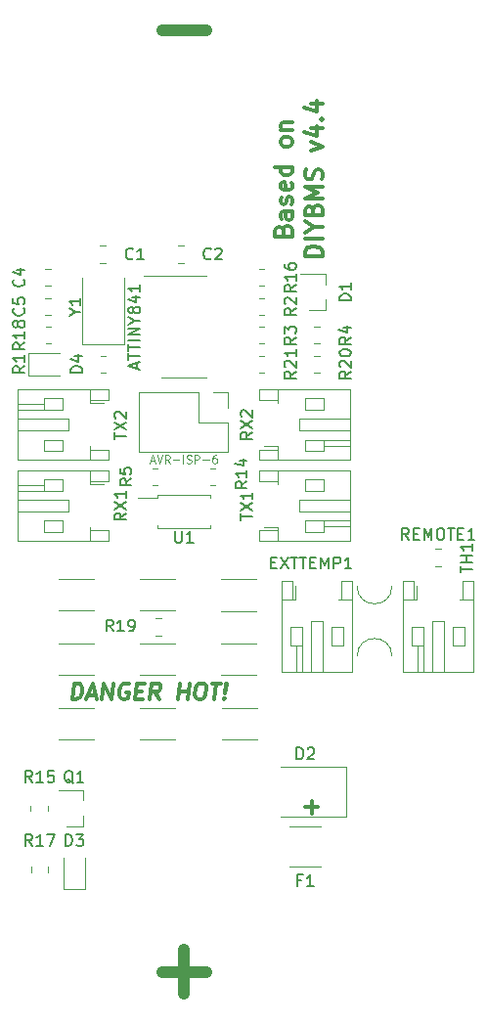
<source format=gbr>
G04 #@! TF.GenerationSoftware,KiCad,Pcbnew,5.1.10-88a1d61d58~88~ubuntu18.04.1*
G04 #@! TF.CreationDate,2021-11-17T22:12:39+08:00*
G04 #@! TF.ProjectId,ModuleV440,4d6f6475-6c65-4563-9434-302e6b696361,rev?*
G04 #@! TF.SameCoordinates,Original*
G04 #@! TF.FileFunction,Legend,Top*
G04 #@! TF.FilePolarity,Positive*
%FSLAX46Y46*%
G04 Gerber Fmt 4.6, Leading zero omitted, Abs format (unit mm)*
G04 Created by KiCad (PCBNEW 5.1.10-88a1d61d58~88~ubuntu18.04.1) date 2021-11-17 22:12:39*
%MOMM*%
%LPD*%
G01*
G04 APERTURE LIST*
%ADD10C,1.000000*%
%ADD11C,0.300000*%
%ADD12C,0.350000*%
%ADD13C,0.100000*%
%ADD14C,0.120000*%
%ADD15C,0.150000*%
G04 APERTURE END LIST*
D10*
X115012838Y-115694742D02*
X118822361Y-115694742D01*
X116917600Y-117599504D02*
X116917600Y-113789980D01*
X115012838Y-34194742D02*
X118822361Y-34194742D01*
D11*
X127396171Y-101444742D02*
X128539028Y-101444742D01*
X127967600Y-102016171D02*
X127967600Y-100873314D01*
X107220308Y-92120933D02*
X107395308Y-90720933D01*
X107728641Y-90720933D01*
X107920308Y-90787600D01*
X108036975Y-90920933D01*
X108086975Y-91054266D01*
X108120308Y-91320933D01*
X108095308Y-91520933D01*
X107995308Y-91787600D01*
X107911975Y-91920933D01*
X107761975Y-92054266D01*
X107553641Y-92120933D01*
X107220308Y-92120933D01*
X108603641Y-91720933D02*
X109270308Y-91720933D01*
X108420308Y-92120933D02*
X109061975Y-90720933D01*
X109353641Y-92120933D01*
X109820308Y-92120933D02*
X109995308Y-90720933D01*
X110620308Y-92120933D01*
X110795308Y-90720933D01*
X112186975Y-90787600D02*
X112061975Y-90720933D01*
X111861975Y-90720933D01*
X111653641Y-90787600D01*
X111503641Y-90920933D01*
X111420308Y-91054266D01*
X111320308Y-91320933D01*
X111295308Y-91520933D01*
X111328641Y-91787600D01*
X111378641Y-91920933D01*
X111495308Y-92054266D01*
X111686975Y-92120933D01*
X111820308Y-92120933D01*
X112028641Y-92054266D01*
X112103641Y-91987600D01*
X112161975Y-91520933D01*
X111895308Y-91520933D01*
X112778641Y-91387600D02*
X113245308Y-91387600D01*
X113353641Y-92120933D02*
X112686975Y-92120933D01*
X112861975Y-90720933D01*
X113528641Y-90720933D01*
X114753641Y-92120933D02*
X114370308Y-91454266D01*
X113953641Y-92120933D02*
X114128641Y-90720933D01*
X114661975Y-90720933D01*
X114786975Y-90787600D01*
X114845308Y-90854266D01*
X114895308Y-90987600D01*
X114870308Y-91187600D01*
X114786975Y-91320933D01*
X114711975Y-91387600D01*
X114570308Y-91454266D01*
X114036975Y-91454266D01*
X116420308Y-92120933D02*
X116595308Y-90720933D01*
X116511975Y-91387600D02*
X117311975Y-91387600D01*
X117220308Y-92120933D02*
X117395308Y-90720933D01*
X118328641Y-90720933D02*
X118595308Y-90720933D01*
X118720308Y-90787600D01*
X118836975Y-90920933D01*
X118870308Y-91187600D01*
X118811975Y-91654266D01*
X118711975Y-91920933D01*
X118561975Y-92054266D01*
X118420308Y-92120933D01*
X118153641Y-92120933D01*
X118028641Y-92054266D01*
X117911975Y-91920933D01*
X117878641Y-91654266D01*
X117936975Y-91187600D01*
X118036975Y-90920933D01*
X118186975Y-90787600D01*
X118328641Y-90720933D01*
X119328641Y-90720933D02*
X120128641Y-90720933D01*
X119553641Y-92120933D02*
X119728641Y-90720933D01*
X120436975Y-91987600D02*
X120495308Y-92054266D01*
X120420308Y-92120933D01*
X120361975Y-92054266D01*
X120436975Y-91987600D01*
X120420308Y-92120933D01*
X120486975Y-91587600D02*
X120520308Y-90787600D01*
X120595308Y-90720933D01*
X120653641Y-90787600D01*
X120486975Y-91587600D01*
X120595308Y-90720933D01*
D12*
X125510457Y-51516171D02*
X125581885Y-51301885D01*
X125653314Y-51230457D01*
X125796171Y-51159028D01*
X126010457Y-51159028D01*
X126153314Y-51230457D01*
X126224742Y-51301885D01*
X126296171Y-51444742D01*
X126296171Y-52016171D01*
X124796171Y-52016171D01*
X124796171Y-51516171D01*
X124867600Y-51373314D01*
X124939028Y-51301885D01*
X125081885Y-51230457D01*
X125224742Y-51230457D01*
X125367600Y-51301885D01*
X125439028Y-51373314D01*
X125510457Y-51516171D01*
X125510457Y-52016171D01*
X126296171Y-49873314D02*
X125510457Y-49873314D01*
X125367600Y-49944742D01*
X125296171Y-50087600D01*
X125296171Y-50373314D01*
X125367600Y-50516171D01*
X126224742Y-49873314D02*
X126296171Y-50016171D01*
X126296171Y-50373314D01*
X126224742Y-50516171D01*
X126081885Y-50587600D01*
X125939028Y-50587600D01*
X125796171Y-50516171D01*
X125724742Y-50373314D01*
X125724742Y-50016171D01*
X125653314Y-49873314D01*
X126224742Y-49230457D02*
X126296171Y-49087600D01*
X126296171Y-48801885D01*
X126224742Y-48659028D01*
X126081885Y-48587600D01*
X126010457Y-48587600D01*
X125867600Y-48659028D01*
X125796171Y-48801885D01*
X125796171Y-49016171D01*
X125724742Y-49159028D01*
X125581885Y-49230457D01*
X125510457Y-49230457D01*
X125367600Y-49159028D01*
X125296171Y-49016171D01*
X125296171Y-48801885D01*
X125367600Y-48659028D01*
X126224742Y-47373314D02*
X126296171Y-47516171D01*
X126296171Y-47801885D01*
X126224742Y-47944742D01*
X126081885Y-48016171D01*
X125510457Y-48016171D01*
X125367600Y-47944742D01*
X125296171Y-47801885D01*
X125296171Y-47516171D01*
X125367600Y-47373314D01*
X125510457Y-47301885D01*
X125653314Y-47301885D01*
X125796171Y-48016171D01*
X126296171Y-46016171D02*
X124796171Y-46016171D01*
X126224742Y-46016171D02*
X126296171Y-46159028D01*
X126296171Y-46444742D01*
X126224742Y-46587600D01*
X126153314Y-46659028D01*
X126010457Y-46730457D01*
X125581885Y-46730457D01*
X125439028Y-46659028D01*
X125367600Y-46587600D01*
X125296171Y-46444742D01*
X125296171Y-46159028D01*
X125367600Y-46016171D01*
X126296171Y-43944742D02*
X126224742Y-44087600D01*
X126153314Y-44159028D01*
X126010457Y-44230457D01*
X125581885Y-44230457D01*
X125439028Y-44159028D01*
X125367600Y-44087600D01*
X125296171Y-43944742D01*
X125296171Y-43730457D01*
X125367600Y-43587600D01*
X125439028Y-43516171D01*
X125581885Y-43444742D01*
X126010457Y-43444742D01*
X126153314Y-43516171D01*
X126224742Y-43587600D01*
X126296171Y-43730457D01*
X126296171Y-43944742D01*
X125296171Y-42801885D02*
X126296171Y-42801885D01*
X125439028Y-42801885D02*
X125367600Y-42730457D01*
X125296171Y-42587600D01*
X125296171Y-42373314D01*
X125367600Y-42230457D01*
X125510457Y-42159028D01*
X126296171Y-42159028D01*
X128896171Y-53730457D02*
X127396171Y-53730457D01*
X127396171Y-53373314D01*
X127467600Y-53159028D01*
X127610457Y-53016171D01*
X127753314Y-52944742D01*
X128039028Y-52873314D01*
X128253314Y-52873314D01*
X128539028Y-52944742D01*
X128681885Y-53016171D01*
X128824742Y-53159028D01*
X128896171Y-53373314D01*
X128896171Y-53730457D01*
X128896171Y-52230457D02*
X127396171Y-52230457D01*
X128181885Y-51230457D02*
X128896171Y-51230457D01*
X127396171Y-51730457D02*
X128181885Y-51230457D01*
X127396171Y-50730457D01*
X128110457Y-49730457D02*
X128181885Y-49516171D01*
X128253314Y-49444742D01*
X128396171Y-49373314D01*
X128610457Y-49373314D01*
X128753314Y-49444742D01*
X128824742Y-49516171D01*
X128896171Y-49659028D01*
X128896171Y-50230457D01*
X127396171Y-50230457D01*
X127396171Y-49730457D01*
X127467600Y-49587600D01*
X127539028Y-49516171D01*
X127681885Y-49444742D01*
X127824742Y-49444742D01*
X127967600Y-49516171D01*
X128039028Y-49587600D01*
X128110457Y-49730457D01*
X128110457Y-50230457D01*
X128896171Y-48730457D02*
X127396171Y-48730457D01*
X128467600Y-48230457D01*
X127396171Y-47730457D01*
X128896171Y-47730457D01*
X128824742Y-47087600D02*
X128896171Y-46873314D01*
X128896171Y-46516171D01*
X128824742Y-46373314D01*
X128753314Y-46301885D01*
X128610457Y-46230457D01*
X128467600Y-46230457D01*
X128324742Y-46301885D01*
X128253314Y-46373314D01*
X128181885Y-46516171D01*
X128110457Y-46801885D01*
X128039028Y-46944742D01*
X127967600Y-47016171D01*
X127824742Y-47087600D01*
X127681885Y-47087600D01*
X127539028Y-47016171D01*
X127467600Y-46944742D01*
X127396171Y-46801885D01*
X127396171Y-46444742D01*
X127467600Y-46230457D01*
X127896171Y-44587600D02*
X128896171Y-44230457D01*
X127896171Y-43873314D01*
X127896171Y-42659028D02*
X128896171Y-42659028D01*
X127324742Y-43016171D02*
X128396171Y-43373314D01*
X128396171Y-42444742D01*
X128753314Y-41873314D02*
X128824742Y-41801885D01*
X128896171Y-41873314D01*
X128824742Y-41944742D01*
X128753314Y-41873314D01*
X128896171Y-41873314D01*
X127896171Y-40516171D02*
X128896171Y-40516171D01*
X127324742Y-40873314D02*
X128396171Y-41230457D01*
X128396171Y-40301885D01*
D13*
X134917600Y-88337600D02*
G75*
G03*
X131917600Y-88337600I-1500000J0D01*
G01*
X131917600Y-82337600D02*
G75*
G03*
X134917600Y-82337600I1500000J0D01*
G01*
D14*
X139144664Y-80572600D02*
X138690536Y-80572600D01*
X139144664Y-79102600D02*
X138690536Y-79102600D01*
X137057600Y-83477600D02*
X136777600Y-83477600D01*
X136777600Y-83477600D02*
X136777600Y-81877600D01*
X136777600Y-81877600D02*
X135857600Y-81877600D01*
X135857600Y-81877600D02*
X135857600Y-89697600D01*
X135857600Y-89697600D02*
X141977600Y-89697600D01*
X141977600Y-89697600D02*
X141977600Y-81877600D01*
X141977600Y-81877600D02*
X141057600Y-81877600D01*
X141057600Y-81877600D02*
X141057600Y-83477600D01*
X141057600Y-83477600D02*
X140777600Y-83477600D01*
X138417600Y-89697600D02*
X138417600Y-85337600D01*
X138417600Y-85337600D02*
X139417600Y-85337600D01*
X139417600Y-85337600D02*
X139417600Y-89697600D01*
X135857600Y-83477600D02*
X136777600Y-83477600D01*
X141977600Y-83477600D02*
X141057600Y-83477600D01*
X136617600Y-85837600D02*
X136617600Y-87437600D01*
X136617600Y-87437600D02*
X137617600Y-87437600D01*
X137617600Y-87437600D02*
X137617600Y-85837600D01*
X137617600Y-85837600D02*
X136617600Y-85837600D01*
X141217600Y-85837600D02*
X141217600Y-87437600D01*
X141217600Y-87437600D02*
X140217600Y-87437600D01*
X140217600Y-87437600D02*
X140217600Y-85837600D01*
X140217600Y-85837600D02*
X141217600Y-85837600D01*
X137617600Y-87437600D02*
X137617600Y-89697600D01*
X137117600Y-87437600D02*
X137117600Y-89697600D01*
X137057600Y-83477600D02*
X137057600Y-82262600D01*
X119644664Y-72102600D02*
X119190536Y-72102600D01*
X119644664Y-73572600D02*
X119190536Y-73572600D01*
X123440536Y-63822600D02*
X123894664Y-63822600D01*
X123440536Y-62352600D02*
X123894664Y-62352600D01*
X128190536Y-63822600D02*
X128644664Y-63822600D01*
X128190536Y-62352600D02*
X128644664Y-62352600D01*
X103482600Y-64047600D02*
X106167600Y-64047600D01*
X103482600Y-62127600D02*
X103482600Y-64047600D01*
X106167600Y-62127600D02*
X103482600Y-62127600D01*
X128190536Y-61322600D02*
X128644664Y-61322600D01*
X128190536Y-59852600D02*
X128644664Y-59852600D01*
X123440536Y-61322600D02*
X123894664Y-61322600D01*
X123440536Y-59852600D02*
X123894664Y-59852600D01*
X123440536Y-56322600D02*
X123894664Y-56322600D01*
X123440536Y-54852600D02*
X123894664Y-54852600D01*
X109690536Y-63822600D02*
X110144664Y-63822600D01*
X109690536Y-62352600D02*
X110144664Y-62352600D01*
X108117600Y-55637600D02*
X108117600Y-61387600D01*
X108117600Y-61387600D02*
X111717600Y-61387600D01*
X111717600Y-61387600D02*
X111717600Y-55637600D01*
X113007600Y-65507600D02*
X113007600Y-70707600D01*
X118147600Y-65507600D02*
X113007600Y-65507600D01*
X120747600Y-70707600D02*
X113007600Y-70707600D01*
X118147600Y-65507600D02*
X118147600Y-68107600D01*
X118147600Y-68107600D02*
X120747600Y-68107600D01*
X120747600Y-68107600D02*
X120747600Y-70707600D01*
X119417600Y-65507600D02*
X120747600Y-65507600D01*
X120747600Y-65507600D02*
X120747600Y-66837600D01*
X123894664Y-57352600D02*
X123440536Y-57352600D01*
X123894664Y-58822600D02*
X123440536Y-58822600D01*
X105394664Y-59852600D02*
X104940536Y-59852600D01*
X105394664Y-61322600D02*
X104940536Y-61322600D01*
X129177600Y-58417600D02*
X127717600Y-58417600D01*
X129177600Y-55257600D02*
X127017600Y-55257600D01*
X129177600Y-55257600D02*
X129177600Y-56187600D01*
X129177600Y-58417600D02*
X129177600Y-57487600D01*
X105428852Y-57352600D02*
X104906348Y-57352600D01*
X105428852Y-58822600D02*
X104906348Y-58822600D01*
X105428852Y-54852600D02*
X104906348Y-54852600D01*
X105428852Y-56322600D02*
X104906348Y-56322600D01*
X116406348Y-54322600D02*
X116928852Y-54322600D01*
X116406348Y-52852600D02*
X116928852Y-52852600D01*
X110178852Y-52852600D02*
X109656348Y-52852600D01*
X110178852Y-54322600D02*
X109656348Y-54322600D01*
X116917600Y-55402600D02*
X113467600Y-55402600D01*
X116917600Y-55402600D02*
X118867600Y-55402600D01*
X116917600Y-64272600D02*
X114967600Y-64272600D01*
X116917600Y-64272600D02*
X118867600Y-64272600D01*
X123194664Y-81727600D02*
X120140536Y-81727600D01*
X123194664Y-84447600D02*
X120140536Y-84447600D01*
X113090536Y-84397600D02*
X116144664Y-84397600D01*
X113090536Y-81677600D02*
X116144664Y-81677600D01*
X120140536Y-89972600D02*
X123194664Y-89972600D01*
X120140536Y-87252600D02*
X123194664Y-87252600D01*
X116144664Y-87252600D02*
X113090536Y-87252600D01*
X116144664Y-89972600D02*
X113090536Y-89972600D01*
X123244664Y-92827600D02*
X120190536Y-92827600D01*
X123244664Y-95547600D02*
X120190536Y-95547600D01*
X113115536Y-95547600D02*
X116169664Y-95547600D01*
X113115536Y-92827600D02*
X116169664Y-92827600D01*
X109094664Y-81677600D02*
X106040536Y-81677600D01*
X109094664Y-84397600D02*
X106040536Y-84397600D01*
X106040536Y-89972600D02*
X109094664Y-89972600D01*
X106040536Y-87252600D02*
X109094664Y-87252600D01*
X109094664Y-92827600D02*
X106040536Y-92827600D01*
X109094664Y-95547600D02*
X106040536Y-95547600D01*
X114607600Y-74642600D02*
X112917600Y-74642600D01*
X114607600Y-74427600D02*
X114607600Y-74642600D01*
X116917600Y-74427600D02*
X114607600Y-74427600D01*
X119227600Y-74427600D02*
X119227600Y-74642600D01*
X116917600Y-74427600D02*
X119227600Y-74427600D01*
X114607600Y-77247600D02*
X114607600Y-77032600D01*
X116917600Y-77247600D02*
X114607600Y-77247600D01*
X119227600Y-77247600D02*
X119227600Y-77032600D01*
X116917600Y-77247600D02*
X119227600Y-77247600D01*
X125057600Y-77197600D02*
X123842600Y-77197600D01*
X129017600Y-77137600D02*
X131277600Y-77137600D01*
X129017600Y-76637600D02*
X131277600Y-76637600D01*
X127417600Y-74037600D02*
X127417600Y-73037600D01*
X129017600Y-74037600D02*
X127417600Y-74037600D01*
X129017600Y-73037600D02*
X129017600Y-74037600D01*
X127417600Y-73037600D02*
X129017600Y-73037600D01*
X127417600Y-76637600D02*
X127417600Y-77637600D01*
X129017600Y-76637600D02*
X127417600Y-76637600D01*
X129017600Y-77637600D02*
X129017600Y-76637600D01*
X127417600Y-77637600D02*
X129017600Y-77637600D01*
X125057600Y-72277600D02*
X125057600Y-73197600D01*
X125057600Y-78397600D02*
X125057600Y-77477600D01*
X126917600Y-74837600D02*
X131277600Y-74837600D01*
X126917600Y-75837600D02*
X126917600Y-74837600D01*
X131277600Y-75837600D02*
X126917600Y-75837600D01*
X125057600Y-73197600D02*
X125057600Y-73477600D01*
X123457600Y-73197600D02*
X125057600Y-73197600D01*
X123457600Y-72277600D02*
X123457600Y-73197600D01*
X131277600Y-72277600D02*
X123457600Y-72277600D01*
X131277600Y-78397600D02*
X131277600Y-72277600D01*
X123457600Y-78397600D02*
X131277600Y-78397600D01*
X123457600Y-77477600D02*
X123457600Y-78397600D01*
X125057600Y-77477600D02*
X123457600Y-77477600D01*
X125057600Y-77197600D02*
X125057600Y-77477600D01*
X108777600Y-73477600D02*
X109992600Y-73477600D01*
X104817600Y-73537600D02*
X102557600Y-73537600D01*
X104817600Y-74037600D02*
X102557600Y-74037600D01*
X106417600Y-76637600D02*
X106417600Y-77637600D01*
X104817600Y-76637600D02*
X106417600Y-76637600D01*
X104817600Y-77637600D02*
X104817600Y-76637600D01*
X106417600Y-77637600D02*
X104817600Y-77637600D01*
X106417600Y-74037600D02*
X106417600Y-73037600D01*
X104817600Y-74037600D02*
X106417600Y-74037600D01*
X104817600Y-73037600D02*
X104817600Y-74037600D01*
X106417600Y-73037600D02*
X104817600Y-73037600D01*
X108777600Y-78397600D02*
X108777600Y-77477600D01*
X108777600Y-72277600D02*
X108777600Y-73197600D01*
X106917600Y-75837600D02*
X102557600Y-75837600D01*
X106917600Y-74837600D02*
X106917600Y-75837600D01*
X102557600Y-74837600D02*
X106917600Y-74837600D01*
X108777600Y-77477600D02*
X108777600Y-77197600D01*
X110377600Y-77477600D02*
X108777600Y-77477600D01*
X110377600Y-78397600D02*
X110377600Y-77477600D01*
X102557600Y-78397600D02*
X110377600Y-78397600D01*
X102557600Y-72277600D02*
X102557600Y-78397600D01*
X110377600Y-72277600D02*
X102557600Y-72277600D01*
X110377600Y-73197600D02*
X110377600Y-72277600D01*
X108777600Y-73197600D02*
X110377600Y-73197600D01*
X108777600Y-73477600D02*
X108777600Y-73197600D01*
X130967600Y-102237600D02*
X125267600Y-102237600D01*
X130967600Y-97937600D02*
X125267600Y-97937600D01*
X130967600Y-102237600D02*
X130967600Y-97937600D01*
X114944664Y-85102600D02*
X114490536Y-85102600D01*
X114944664Y-86572600D02*
X114490536Y-86572600D01*
X103682600Y-106610536D02*
X103682600Y-107064664D01*
X105152600Y-106610536D02*
X105152600Y-107064664D01*
X103632600Y-101310536D02*
X103632600Y-101764664D01*
X105102600Y-101310536D02*
X105102600Y-101764664D01*
X114190536Y-73572600D02*
X114644664Y-73572600D01*
X114190536Y-72102600D02*
X114644664Y-72102600D01*
X128803852Y-103127600D02*
X126031348Y-103127600D01*
X128803852Y-106547600D02*
X126031348Y-106547600D01*
X126557600Y-83477600D02*
X126557600Y-82262600D01*
X126617600Y-87437600D02*
X126617600Y-89697600D01*
X127117600Y-87437600D02*
X127117600Y-89697600D01*
X129717600Y-85837600D02*
X130717600Y-85837600D01*
X129717600Y-87437600D02*
X129717600Y-85837600D01*
X130717600Y-87437600D02*
X129717600Y-87437600D01*
X130717600Y-85837600D02*
X130717600Y-87437600D01*
X127117600Y-85837600D02*
X126117600Y-85837600D01*
X127117600Y-87437600D02*
X127117600Y-85837600D01*
X126117600Y-87437600D02*
X127117600Y-87437600D01*
X126117600Y-85837600D02*
X126117600Y-87437600D01*
X131477600Y-83477600D02*
X130557600Y-83477600D01*
X125357600Y-83477600D02*
X126277600Y-83477600D01*
X128917600Y-85337600D02*
X128917600Y-89697600D01*
X127917600Y-85337600D02*
X128917600Y-85337600D01*
X127917600Y-89697600D02*
X127917600Y-85337600D01*
X130557600Y-83477600D02*
X130277600Y-83477600D01*
X130557600Y-81877600D02*
X130557600Y-83477600D01*
X131477600Y-81877600D02*
X130557600Y-81877600D01*
X131477600Y-89697600D02*
X131477600Y-81877600D01*
X125357600Y-89697600D02*
X131477600Y-89697600D01*
X125357600Y-81877600D02*
X125357600Y-89697600D01*
X126277600Y-81877600D02*
X125357600Y-81877600D01*
X126277600Y-83477600D02*
X126277600Y-81877600D01*
X126557600Y-83477600D02*
X126277600Y-83477600D01*
X108377600Y-108522600D02*
X108377600Y-105837600D01*
X106457600Y-108522600D02*
X108377600Y-108522600D01*
X106457600Y-105837600D02*
X106457600Y-108522600D01*
X108227600Y-103092600D02*
X108227600Y-102162600D01*
X108227600Y-99932600D02*
X108227600Y-100862600D01*
X108227600Y-99932600D02*
X106067600Y-99932600D01*
X108227600Y-103092600D02*
X106767600Y-103092600D01*
X125057600Y-70197600D02*
X125057600Y-70477600D01*
X125057600Y-70477600D02*
X123457600Y-70477600D01*
X123457600Y-70477600D02*
X123457600Y-71397600D01*
X123457600Y-71397600D02*
X131277600Y-71397600D01*
X131277600Y-71397600D02*
X131277600Y-65277600D01*
X131277600Y-65277600D02*
X123457600Y-65277600D01*
X123457600Y-65277600D02*
X123457600Y-66197600D01*
X123457600Y-66197600D02*
X125057600Y-66197600D01*
X125057600Y-66197600D02*
X125057600Y-66477600D01*
X131277600Y-68837600D02*
X126917600Y-68837600D01*
X126917600Y-68837600D02*
X126917600Y-67837600D01*
X126917600Y-67837600D02*
X131277600Y-67837600D01*
X125057600Y-71397600D02*
X125057600Y-70477600D01*
X125057600Y-65277600D02*
X125057600Y-66197600D01*
X127417600Y-70637600D02*
X129017600Y-70637600D01*
X129017600Y-70637600D02*
X129017600Y-69637600D01*
X129017600Y-69637600D02*
X127417600Y-69637600D01*
X127417600Y-69637600D02*
X127417600Y-70637600D01*
X127417600Y-66037600D02*
X129017600Y-66037600D01*
X129017600Y-66037600D02*
X129017600Y-67037600D01*
X129017600Y-67037600D02*
X127417600Y-67037600D01*
X127417600Y-67037600D02*
X127417600Y-66037600D01*
X129017600Y-69637600D02*
X131277600Y-69637600D01*
X129017600Y-70137600D02*
X131277600Y-70137600D01*
X125057600Y-70197600D02*
X123842600Y-70197600D01*
X108777600Y-66477600D02*
X109992600Y-66477600D01*
X104817600Y-66537600D02*
X102557600Y-66537600D01*
X104817600Y-67037600D02*
X102557600Y-67037600D01*
X106417600Y-69637600D02*
X106417600Y-70637600D01*
X104817600Y-69637600D02*
X106417600Y-69637600D01*
X104817600Y-70637600D02*
X104817600Y-69637600D01*
X106417600Y-70637600D02*
X104817600Y-70637600D01*
X106417600Y-67037600D02*
X106417600Y-66037600D01*
X104817600Y-67037600D02*
X106417600Y-67037600D01*
X104817600Y-66037600D02*
X104817600Y-67037600D01*
X106417600Y-66037600D02*
X104817600Y-66037600D01*
X108777600Y-71397600D02*
X108777600Y-70477600D01*
X108777600Y-65277600D02*
X108777600Y-66197600D01*
X106917600Y-68837600D02*
X102557600Y-68837600D01*
X106917600Y-67837600D02*
X106917600Y-68837600D01*
X102557600Y-67837600D02*
X106917600Y-67837600D01*
X108777600Y-70477600D02*
X108777600Y-70197600D01*
X110377600Y-70477600D02*
X108777600Y-70477600D01*
X110377600Y-71397600D02*
X110377600Y-70477600D01*
X102557600Y-71397600D02*
X110377600Y-71397600D01*
X102557600Y-65277600D02*
X102557600Y-71397600D01*
X110377600Y-65277600D02*
X102557600Y-65277600D01*
X110377600Y-66197600D02*
X110377600Y-65277600D01*
X108777600Y-66197600D02*
X110377600Y-66197600D01*
X108777600Y-66477600D02*
X108777600Y-66197600D01*
D15*
X140869980Y-81123314D02*
X140869980Y-80551885D01*
X141869980Y-80837600D02*
X140869980Y-80837600D01*
X141869980Y-80218552D02*
X140869980Y-80218552D01*
X141346171Y-80218552D02*
X141346171Y-79647123D01*
X141869980Y-79647123D02*
X140869980Y-79647123D01*
X141869980Y-78647123D02*
X141869980Y-79218552D01*
X141869980Y-78932838D02*
X140869980Y-78932838D01*
X141012838Y-79028076D01*
X141108076Y-79123314D01*
X141155695Y-79218552D01*
X136369980Y-78289980D02*
X136036647Y-77813790D01*
X135798552Y-78289980D02*
X135798552Y-77289980D01*
X136179504Y-77289980D01*
X136274742Y-77337600D01*
X136322361Y-77385219D01*
X136369980Y-77480457D01*
X136369980Y-77623314D01*
X136322361Y-77718552D01*
X136274742Y-77766171D01*
X136179504Y-77813790D01*
X135798552Y-77813790D01*
X136798552Y-77766171D02*
X137131885Y-77766171D01*
X137274742Y-78289980D02*
X136798552Y-78289980D01*
X136798552Y-77289980D01*
X137274742Y-77289980D01*
X137703314Y-78289980D02*
X137703314Y-77289980D01*
X138036647Y-78004266D01*
X138369980Y-77289980D01*
X138369980Y-78289980D01*
X139036647Y-77289980D02*
X139227123Y-77289980D01*
X139322361Y-77337600D01*
X139417600Y-77432838D01*
X139465219Y-77623314D01*
X139465219Y-77956647D01*
X139417600Y-78147123D01*
X139322361Y-78242361D01*
X139227123Y-78289980D01*
X139036647Y-78289980D01*
X138941409Y-78242361D01*
X138846171Y-78147123D01*
X138798552Y-77956647D01*
X138798552Y-77623314D01*
X138846171Y-77432838D01*
X138941409Y-77337600D01*
X139036647Y-77289980D01*
X139750933Y-77289980D02*
X140322361Y-77289980D01*
X140036647Y-78289980D02*
X140036647Y-77289980D01*
X140655695Y-77766171D02*
X140989028Y-77766171D01*
X141131885Y-78289980D02*
X140655695Y-78289980D01*
X140655695Y-77289980D01*
X141131885Y-77289980D01*
X142084266Y-78289980D02*
X141512838Y-78289980D01*
X141798552Y-78289980D02*
X141798552Y-77289980D01*
X141703314Y-77432838D01*
X141608076Y-77528076D01*
X141512838Y-77575695D01*
X122369980Y-73230457D02*
X121893790Y-73563790D01*
X122369980Y-73801885D02*
X121369980Y-73801885D01*
X121369980Y-73420933D01*
X121417600Y-73325695D01*
X121465219Y-73278076D01*
X121560457Y-73230457D01*
X121703314Y-73230457D01*
X121798552Y-73278076D01*
X121846171Y-73325695D01*
X121893790Y-73420933D01*
X121893790Y-73801885D01*
X122369980Y-72278076D02*
X122369980Y-72849504D01*
X122369980Y-72563790D02*
X121369980Y-72563790D01*
X121512838Y-72659028D01*
X121608076Y-72754266D01*
X121655695Y-72849504D01*
X121703314Y-71420933D02*
X122369980Y-71420933D01*
X121322361Y-71659028D02*
X122036647Y-71897123D01*
X122036647Y-71278076D01*
X126619980Y-63730457D02*
X126143790Y-64063790D01*
X126619980Y-64301885D02*
X125619980Y-64301885D01*
X125619980Y-63920933D01*
X125667600Y-63825695D01*
X125715219Y-63778076D01*
X125810457Y-63730457D01*
X125953314Y-63730457D01*
X126048552Y-63778076D01*
X126096171Y-63825695D01*
X126143790Y-63920933D01*
X126143790Y-64301885D01*
X125715219Y-63349504D02*
X125667600Y-63301885D01*
X125619980Y-63206647D01*
X125619980Y-62968552D01*
X125667600Y-62873314D01*
X125715219Y-62825695D01*
X125810457Y-62778076D01*
X125905695Y-62778076D01*
X126048552Y-62825695D01*
X126619980Y-63397123D01*
X126619980Y-62778076D01*
X126619980Y-61825695D02*
X126619980Y-62397123D01*
X126619980Y-62111409D02*
X125619980Y-62111409D01*
X125762838Y-62206647D01*
X125858076Y-62301885D01*
X125905695Y-62397123D01*
X131369980Y-63730457D02*
X130893790Y-64063790D01*
X131369980Y-64301885D02*
X130369980Y-64301885D01*
X130369980Y-63920933D01*
X130417600Y-63825695D01*
X130465219Y-63778076D01*
X130560457Y-63730457D01*
X130703314Y-63730457D01*
X130798552Y-63778076D01*
X130846171Y-63825695D01*
X130893790Y-63920933D01*
X130893790Y-64301885D01*
X130465219Y-63349504D02*
X130417600Y-63301885D01*
X130369980Y-63206647D01*
X130369980Y-62968552D01*
X130417600Y-62873314D01*
X130465219Y-62825695D01*
X130560457Y-62778076D01*
X130655695Y-62778076D01*
X130798552Y-62825695D01*
X131369980Y-63397123D01*
X131369980Y-62778076D01*
X130369980Y-62159028D02*
X130369980Y-62063790D01*
X130417600Y-61968552D01*
X130465219Y-61920933D01*
X130560457Y-61873314D01*
X130750933Y-61825695D01*
X130989028Y-61825695D01*
X131179504Y-61873314D01*
X131274742Y-61920933D01*
X131322361Y-61968552D01*
X131369980Y-62063790D01*
X131369980Y-62159028D01*
X131322361Y-62254266D01*
X131274742Y-62301885D01*
X131179504Y-62349504D01*
X130989028Y-62397123D01*
X130750933Y-62397123D01*
X130560457Y-62349504D01*
X130465219Y-62301885D01*
X130417600Y-62254266D01*
X130369980Y-62159028D01*
X108119980Y-63825695D02*
X107119980Y-63825695D01*
X107119980Y-63587600D01*
X107167600Y-63444742D01*
X107262838Y-63349504D01*
X107358076Y-63301885D01*
X107548552Y-63254266D01*
X107691409Y-63254266D01*
X107881885Y-63301885D01*
X107977123Y-63349504D01*
X108072361Y-63444742D01*
X108119980Y-63587600D01*
X108119980Y-63825695D01*
X107453314Y-62397123D02*
X108119980Y-62397123D01*
X107072361Y-62635219D02*
X107786647Y-62873314D01*
X107786647Y-62254266D01*
X131369980Y-60754266D02*
X130893790Y-61087600D01*
X131369980Y-61325695D02*
X130369980Y-61325695D01*
X130369980Y-60944742D01*
X130417600Y-60849504D01*
X130465219Y-60801885D01*
X130560457Y-60754266D01*
X130703314Y-60754266D01*
X130798552Y-60801885D01*
X130846171Y-60849504D01*
X130893790Y-60944742D01*
X130893790Y-61325695D01*
X130703314Y-59897123D02*
X131369980Y-59897123D01*
X130322361Y-60135219D02*
X131036647Y-60373314D01*
X131036647Y-59754266D01*
X126619980Y-60754266D02*
X126143790Y-61087600D01*
X126619980Y-61325695D02*
X125619980Y-61325695D01*
X125619980Y-60944742D01*
X125667600Y-60849504D01*
X125715219Y-60801885D01*
X125810457Y-60754266D01*
X125953314Y-60754266D01*
X126048552Y-60801885D01*
X126096171Y-60849504D01*
X126143790Y-60944742D01*
X126143790Y-61325695D01*
X125619980Y-60420933D02*
X125619980Y-59801885D01*
X126000933Y-60135219D01*
X126000933Y-59992361D01*
X126048552Y-59897123D01*
X126096171Y-59849504D01*
X126191409Y-59801885D01*
X126429504Y-59801885D01*
X126524742Y-59849504D01*
X126572361Y-59897123D01*
X126619980Y-59992361D01*
X126619980Y-60278076D01*
X126572361Y-60373314D01*
X126524742Y-60420933D01*
X126619980Y-58254266D02*
X126143790Y-58587600D01*
X126619980Y-58825695D02*
X125619980Y-58825695D01*
X125619980Y-58444742D01*
X125667600Y-58349504D01*
X125715219Y-58301885D01*
X125810457Y-58254266D01*
X125953314Y-58254266D01*
X126048552Y-58301885D01*
X126096171Y-58349504D01*
X126143790Y-58444742D01*
X126143790Y-58825695D01*
X125715219Y-57873314D02*
X125667600Y-57825695D01*
X125619980Y-57730457D01*
X125619980Y-57492361D01*
X125667600Y-57397123D01*
X125715219Y-57349504D01*
X125810457Y-57301885D01*
X125905695Y-57301885D01*
X126048552Y-57349504D01*
X126619980Y-57920933D01*
X126619980Y-57301885D01*
X103119980Y-63254266D02*
X102643790Y-63587600D01*
X103119980Y-63825695D02*
X102119980Y-63825695D01*
X102119980Y-63444742D01*
X102167600Y-63349504D01*
X102215219Y-63301885D01*
X102310457Y-63254266D01*
X102453314Y-63254266D01*
X102548552Y-63301885D01*
X102596171Y-63349504D01*
X102643790Y-63444742D01*
X102643790Y-63825695D01*
X103119980Y-62301885D02*
X103119980Y-62873314D01*
X103119980Y-62587600D02*
X102119980Y-62587600D01*
X102262838Y-62682838D01*
X102358076Y-62778076D01*
X102405695Y-62873314D01*
X107498790Y-58563790D02*
X107974980Y-58563790D01*
X106974980Y-58897123D02*
X107498790Y-58563790D01*
X106974980Y-58230457D01*
X107974980Y-57373314D02*
X107974980Y-57944742D01*
X107974980Y-57659028D02*
X106974980Y-57659028D01*
X107117838Y-57754266D01*
X107213076Y-57849504D01*
X107260695Y-57944742D01*
D13*
X114050933Y-71454266D02*
X114384266Y-71454266D01*
X113984266Y-71654266D02*
X114217600Y-70954266D01*
X114450933Y-71654266D01*
X114584266Y-70954266D02*
X114817600Y-71654266D01*
X115050933Y-70954266D01*
X115684266Y-71654266D02*
X115450933Y-71320933D01*
X115284266Y-71654266D02*
X115284266Y-70954266D01*
X115550933Y-70954266D01*
X115617600Y-70987600D01*
X115650933Y-71020933D01*
X115684266Y-71087600D01*
X115684266Y-71187600D01*
X115650933Y-71254266D01*
X115617600Y-71287600D01*
X115550933Y-71320933D01*
X115284266Y-71320933D01*
X115984266Y-71387600D02*
X116517600Y-71387600D01*
X116850933Y-71654266D02*
X116850933Y-70954266D01*
X117150933Y-71620933D02*
X117250933Y-71654266D01*
X117417600Y-71654266D01*
X117484266Y-71620933D01*
X117517600Y-71587600D01*
X117550933Y-71520933D01*
X117550933Y-71454266D01*
X117517600Y-71387600D01*
X117484266Y-71354266D01*
X117417600Y-71320933D01*
X117284266Y-71287600D01*
X117217600Y-71254266D01*
X117184266Y-71220933D01*
X117150933Y-71154266D01*
X117150933Y-71087600D01*
X117184266Y-71020933D01*
X117217600Y-70987600D01*
X117284266Y-70954266D01*
X117450933Y-70954266D01*
X117550933Y-70987600D01*
X117850933Y-71654266D02*
X117850933Y-70954266D01*
X118117600Y-70954266D01*
X118184266Y-70987600D01*
X118217600Y-71020933D01*
X118250933Y-71087600D01*
X118250933Y-71187600D01*
X118217600Y-71254266D01*
X118184266Y-71287600D01*
X118117600Y-71320933D01*
X117850933Y-71320933D01*
X118550933Y-71387600D02*
X119084266Y-71387600D01*
X119717600Y-70954266D02*
X119584266Y-70954266D01*
X119517600Y-70987600D01*
X119484266Y-71020933D01*
X119417600Y-71120933D01*
X119384266Y-71254266D01*
X119384266Y-71520933D01*
X119417600Y-71587600D01*
X119450933Y-71620933D01*
X119517600Y-71654266D01*
X119650933Y-71654266D01*
X119717600Y-71620933D01*
X119750933Y-71587600D01*
X119784266Y-71520933D01*
X119784266Y-71354266D01*
X119750933Y-71287600D01*
X119717600Y-71254266D01*
X119650933Y-71220933D01*
X119517600Y-71220933D01*
X119450933Y-71254266D01*
X119417600Y-71287600D01*
X119384266Y-71354266D01*
D15*
X126619980Y-56230457D02*
X126143790Y-56563790D01*
X126619980Y-56801885D02*
X125619980Y-56801885D01*
X125619980Y-56420933D01*
X125667600Y-56325695D01*
X125715219Y-56278076D01*
X125810457Y-56230457D01*
X125953314Y-56230457D01*
X126048552Y-56278076D01*
X126096171Y-56325695D01*
X126143790Y-56420933D01*
X126143790Y-56801885D01*
X126619980Y-55278076D02*
X126619980Y-55849504D01*
X126619980Y-55563790D02*
X125619980Y-55563790D01*
X125762838Y-55659028D01*
X125858076Y-55754266D01*
X125905695Y-55849504D01*
X125619980Y-54420933D02*
X125619980Y-54611409D01*
X125667600Y-54706647D01*
X125715219Y-54754266D01*
X125858076Y-54849504D01*
X126048552Y-54897123D01*
X126429504Y-54897123D01*
X126524742Y-54849504D01*
X126572361Y-54801885D01*
X126619980Y-54706647D01*
X126619980Y-54516171D01*
X126572361Y-54420933D01*
X126524742Y-54373314D01*
X126429504Y-54325695D01*
X126191409Y-54325695D01*
X126096171Y-54373314D01*
X126048552Y-54420933D01*
X126000933Y-54516171D01*
X126000933Y-54706647D01*
X126048552Y-54801885D01*
X126096171Y-54849504D01*
X126191409Y-54897123D01*
X103119980Y-61230457D02*
X102643790Y-61563790D01*
X103119980Y-61801885D02*
X102119980Y-61801885D01*
X102119980Y-61420933D01*
X102167600Y-61325695D01*
X102215219Y-61278076D01*
X102310457Y-61230457D01*
X102453314Y-61230457D01*
X102548552Y-61278076D01*
X102596171Y-61325695D01*
X102643790Y-61420933D01*
X102643790Y-61801885D01*
X103119980Y-60278076D02*
X103119980Y-60849504D01*
X103119980Y-60563790D02*
X102119980Y-60563790D01*
X102262838Y-60659028D01*
X102358076Y-60754266D01*
X102405695Y-60849504D01*
X102548552Y-59706647D02*
X102500933Y-59801885D01*
X102453314Y-59849504D01*
X102358076Y-59897123D01*
X102310457Y-59897123D01*
X102215219Y-59849504D01*
X102167600Y-59801885D01*
X102119980Y-59706647D01*
X102119980Y-59516171D01*
X102167600Y-59420933D01*
X102215219Y-59373314D01*
X102310457Y-59325695D01*
X102358076Y-59325695D01*
X102453314Y-59373314D01*
X102500933Y-59420933D01*
X102548552Y-59516171D01*
X102548552Y-59706647D01*
X102596171Y-59801885D01*
X102643790Y-59849504D01*
X102739028Y-59897123D01*
X102929504Y-59897123D01*
X103024742Y-59849504D01*
X103072361Y-59801885D01*
X103119980Y-59706647D01*
X103119980Y-59516171D01*
X103072361Y-59420933D01*
X103024742Y-59373314D01*
X102929504Y-59325695D01*
X102739028Y-59325695D01*
X102643790Y-59373314D01*
X102596171Y-59420933D01*
X102548552Y-59516171D01*
X131369980Y-57575695D02*
X130369980Y-57575695D01*
X130369980Y-57337600D01*
X130417600Y-57194742D01*
X130512838Y-57099504D01*
X130608076Y-57051885D01*
X130798552Y-57004266D01*
X130941409Y-57004266D01*
X131131885Y-57051885D01*
X131227123Y-57099504D01*
X131322361Y-57194742D01*
X131369980Y-57337600D01*
X131369980Y-57575695D01*
X131369980Y-56051885D02*
X131369980Y-56623314D01*
X131369980Y-56337600D02*
X130369980Y-56337600D01*
X130512838Y-56432838D01*
X130608076Y-56528076D01*
X130655695Y-56623314D01*
X103024742Y-58254266D02*
X103072361Y-58301885D01*
X103119980Y-58444742D01*
X103119980Y-58539980D01*
X103072361Y-58682838D01*
X102977123Y-58778076D01*
X102881885Y-58825695D01*
X102691409Y-58873314D01*
X102548552Y-58873314D01*
X102358076Y-58825695D01*
X102262838Y-58778076D01*
X102167600Y-58682838D01*
X102119980Y-58539980D01*
X102119980Y-58444742D01*
X102167600Y-58301885D01*
X102215219Y-58254266D01*
X102119980Y-57349504D02*
X102119980Y-57825695D01*
X102596171Y-57873314D01*
X102548552Y-57825695D01*
X102500933Y-57730457D01*
X102500933Y-57492361D01*
X102548552Y-57397123D01*
X102596171Y-57349504D01*
X102691409Y-57301885D01*
X102929504Y-57301885D01*
X103024742Y-57349504D01*
X103072361Y-57397123D01*
X103119980Y-57492361D01*
X103119980Y-57730457D01*
X103072361Y-57825695D01*
X103024742Y-57873314D01*
X103024742Y-55754266D02*
X103072361Y-55801885D01*
X103119980Y-55944742D01*
X103119980Y-56039980D01*
X103072361Y-56182838D01*
X102977123Y-56278076D01*
X102881885Y-56325695D01*
X102691409Y-56373314D01*
X102548552Y-56373314D01*
X102358076Y-56325695D01*
X102262838Y-56278076D01*
X102167600Y-56182838D01*
X102119980Y-56039980D01*
X102119980Y-55944742D01*
X102167600Y-55801885D01*
X102215219Y-55754266D01*
X102453314Y-54897123D02*
X103119980Y-54897123D01*
X102072361Y-55135219D02*
X102786647Y-55373314D01*
X102786647Y-54754266D01*
X119250933Y-53944742D02*
X119203314Y-53992361D01*
X119060457Y-54039980D01*
X118965219Y-54039980D01*
X118822361Y-53992361D01*
X118727123Y-53897123D01*
X118679504Y-53801885D01*
X118631885Y-53611409D01*
X118631885Y-53468552D01*
X118679504Y-53278076D01*
X118727123Y-53182838D01*
X118822361Y-53087600D01*
X118965219Y-53039980D01*
X119060457Y-53039980D01*
X119203314Y-53087600D01*
X119250933Y-53135219D01*
X119631885Y-53135219D02*
X119679504Y-53087600D01*
X119774742Y-53039980D01*
X120012838Y-53039980D01*
X120108076Y-53087600D01*
X120155695Y-53135219D01*
X120203314Y-53230457D01*
X120203314Y-53325695D01*
X120155695Y-53468552D01*
X119584266Y-54039980D01*
X120203314Y-54039980D01*
X112500933Y-53944742D02*
X112453314Y-53992361D01*
X112310457Y-54039980D01*
X112215219Y-54039980D01*
X112072361Y-53992361D01*
X111977123Y-53897123D01*
X111929504Y-53801885D01*
X111881885Y-53611409D01*
X111881885Y-53468552D01*
X111929504Y-53278076D01*
X111977123Y-53182838D01*
X112072361Y-53087600D01*
X112215219Y-53039980D01*
X112310457Y-53039980D01*
X112453314Y-53087600D01*
X112500933Y-53135219D01*
X113453314Y-54039980D02*
X112881885Y-54039980D01*
X113167600Y-54039980D02*
X113167600Y-53039980D01*
X113072361Y-53182838D01*
X112977123Y-53278076D01*
X112881885Y-53325695D01*
X112834266Y-63456647D02*
X112834266Y-62980457D01*
X113119980Y-63551885D02*
X112119980Y-63218552D01*
X113119980Y-62885219D01*
X112119980Y-62694742D02*
X112119980Y-62123314D01*
X113119980Y-62409028D02*
X112119980Y-62409028D01*
X112119980Y-61932838D02*
X112119980Y-61361409D01*
X113119980Y-61647123D02*
X112119980Y-61647123D01*
X113119980Y-61028076D02*
X112119980Y-61028076D01*
X113119980Y-60551885D02*
X112119980Y-60551885D01*
X113119980Y-59980457D01*
X112119980Y-59980457D01*
X112643790Y-59313790D02*
X113119980Y-59313790D01*
X112119980Y-59647123D02*
X112643790Y-59313790D01*
X112119980Y-58980457D01*
X112548552Y-58504266D02*
X112500933Y-58599504D01*
X112453314Y-58647123D01*
X112358076Y-58694742D01*
X112310457Y-58694742D01*
X112215219Y-58647123D01*
X112167600Y-58599504D01*
X112119980Y-58504266D01*
X112119980Y-58313790D01*
X112167600Y-58218552D01*
X112215219Y-58170933D01*
X112310457Y-58123314D01*
X112358076Y-58123314D01*
X112453314Y-58170933D01*
X112500933Y-58218552D01*
X112548552Y-58313790D01*
X112548552Y-58504266D01*
X112596171Y-58599504D01*
X112643790Y-58647123D01*
X112739028Y-58694742D01*
X112929504Y-58694742D01*
X113024742Y-58647123D01*
X113072361Y-58599504D01*
X113119980Y-58504266D01*
X113119980Y-58313790D01*
X113072361Y-58218552D01*
X113024742Y-58170933D01*
X112929504Y-58123314D01*
X112739028Y-58123314D01*
X112643790Y-58170933D01*
X112596171Y-58218552D01*
X112548552Y-58313790D01*
X112453314Y-57266171D02*
X113119980Y-57266171D01*
X112072361Y-57504266D02*
X112786647Y-57742361D01*
X112786647Y-57123314D01*
X113119980Y-56218552D02*
X113119980Y-56789980D01*
X113119980Y-56504266D02*
X112119980Y-56504266D01*
X112262838Y-56599504D01*
X112358076Y-56694742D01*
X112405695Y-56789980D01*
X116155695Y-77539980D02*
X116155695Y-78349504D01*
X116203314Y-78444742D01*
X116250933Y-78492361D01*
X116346171Y-78539980D01*
X116536647Y-78539980D01*
X116631885Y-78492361D01*
X116679504Y-78444742D01*
X116727123Y-78349504D01*
X116727123Y-77539980D01*
X117727123Y-78539980D02*
X117155695Y-78539980D01*
X117441409Y-78539980D02*
X117441409Y-77539980D01*
X117346171Y-77682838D01*
X117250933Y-77778076D01*
X117155695Y-77825695D01*
X121819980Y-76575695D02*
X121819980Y-76004266D01*
X122819980Y-76289980D02*
X121819980Y-76289980D01*
X121819980Y-75766171D02*
X122819980Y-75099504D01*
X121819980Y-75099504D02*
X122819980Y-75766171D01*
X122819980Y-74194742D02*
X122819980Y-74766171D01*
X122819980Y-74480457D02*
X121819980Y-74480457D01*
X121962838Y-74575695D01*
X122058076Y-74670933D01*
X122105695Y-74766171D01*
X111899980Y-75980457D02*
X111423790Y-76313790D01*
X111899980Y-76551885D02*
X110899980Y-76551885D01*
X110899980Y-76170933D01*
X110947600Y-76075695D01*
X110995219Y-76028076D01*
X111090457Y-75980457D01*
X111233314Y-75980457D01*
X111328552Y-76028076D01*
X111376171Y-76075695D01*
X111423790Y-76170933D01*
X111423790Y-76551885D01*
X110899980Y-75647123D02*
X111899980Y-74980457D01*
X110899980Y-74980457D02*
X111899980Y-75647123D01*
X111899980Y-74075695D02*
X111899980Y-74647123D01*
X111899980Y-74361409D02*
X110899980Y-74361409D01*
X111042838Y-74456647D01*
X111138076Y-74551885D01*
X111185695Y-74647123D01*
X126679504Y-97289980D02*
X126679504Y-96289980D01*
X126917600Y-96289980D01*
X127060457Y-96337600D01*
X127155695Y-96432838D01*
X127203314Y-96528076D01*
X127250933Y-96718552D01*
X127250933Y-96861409D01*
X127203314Y-97051885D01*
X127155695Y-97147123D01*
X127060457Y-97242361D01*
X126917600Y-97289980D01*
X126679504Y-97289980D01*
X127631885Y-96385219D02*
X127679504Y-96337600D01*
X127774742Y-96289980D01*
X128012838Y-96289980D01*
X128108076Y-96337600D01*
X128155695Y-96385219D01*
X128203314Y-96480457D01*
X128203314Y-96575695D01*
X128155695Y-96718552D01*
X127584266Y-97289980D01*
X128203314Y-97289980D01*
X110774742Y-86214980D02*
X110441409Y-85738790D01*
X110203314Y-86214980D02*
X110203314Y-85214980D01*
X110584266Y-85214980D01*
X110679504Y-85262600D01*
X110727123Y-85310219D01*
X110774742Y-85405457D01*
X110774742Y-85548314D01*
X110727123Y-85643552D01*
X110679504Y-85691171D01*
X110584266Y-85738790D01*
X110203314Y-85738790D01*
X111727123Y-86214980D02*
X111155695Y-86214980D01*
X111441409Y-86214980D02*
X111441409Y-85214980D01*
X111346171Y-85357838D01*
X111250933Y-85453076D01*
X111155695Y-85500695D01*
X112203314Y-86214980D02*
X112393790Y-86214980D01*
X112489028Y-86167361D01*
X112536647Y-86119742D01*
X112631885Y-85976885D01*
X112679504Y-85786409D01*
X112679504Y-85405457D01*
X112631885Y-85310219D01*
X112584266Y-85262600D01*
X112489028Y-85214980D01*
X112298552Y-85214980D01*
X112203314Y-85262600D01*
X112155695Y-85310219D01*
X112108076Y-85405457D01*
X112108076Y-85643552D01*
X112155695Y-85738790D01*
X112203314Y-85786409D01*
X112298552Y-85834028D01*
X112489028Y-85834028D01*
X112584266Y-85786409D01*
X112631885Y-85738790D01*
X112679504Y-85643552D01*
X103774742Y-104789980D02*
X103441409Y-104313790D01*
X103203314Y-104789980D02*
X103203314Y-103789980D01*
X103584266Y-103789980D01*
X103679504Y-103837600D01*
X103727123Y-103885219D01*
X103774742Y-103980457D01*
X103774742Y-104123314D01*
X103727123Y-104218552D01*
X103679504Y-104266171D01*
X103584266Y-104313790D01*
X103203314Y-104313790D01*
X104727123Y-104789980D02*
X104155695Y-104789980D01*
X104441409Y-104789980D02*
X104441409Y-103789980D01*
X104346171Y-103932838D01*
X104250933Y-104028076D01*
X104155695Y-104075695D01*
X105060457Y-103789980D02*
X105727123Y-103789980D01*
X105298552Y-104789980D01*
X103774742Y-99289980D02*
X103441409Y-98813790D01*
X103203314Y-99289980D02*
X103203314Y-98289980D01*
X103584266Y-98289980D01*
X103679504Y-98337600D01*
X103727123Y-98385219D01*
X103774742Y-98480457D01*
X103774742Y-98623314D01*
X103727123Y-98718552D01*
X103679504Y-98766171D01*
X103584266Y-98813790D01*
X103203314Y-98813790D01*
X104727123Y-99289980D02*
X104155695Y-99289980D01*
X104441409Y-99289980D02*
X104441409Y-98289980D01*
X104346171Y-98432838D01*
X104250933Y-98528076D01*
X104155695Y-98575695D01*
X105631885Y-98289980D02*
X105155695Y-98289980D01*
X105108076Y-98766171D01*
X105155695Y-98718552D01*
X105250933Y-98670933D01*
X105489028Y-98670933D01*
X105584266Y-98718552D01*
X105631885Y-98766171D01*
X105679504Y-98861409D01*
X105679504Y-99099504D01*
X105631885Y-99194742D01*
X105584266Y-99242361D01*
X105489028Y-99289980D01*
X105250933Y-99289980D01*
X105155695Y-99242361D01*
X105108076Y-99194742D01*
X112369980Y-73004266D02*
X111893790Y-73337600D01*
X112369980Y-73575695D02*
X111369980Y-73575695D01*
X111369980Y-73194742D01*
X111417600Y-73099504D01*
X111465219Y-73051885D01*
X111560457Y-73004266D01*
X111703314Y-73004266D01*
X111798552Y-73051885D01*
X111846171Y-73099504D01*
X111893790Y-73194742D01*
X111893790Y-73575695D01*
X111369980Y-72099504D02*
X111369980Y-72575695D01*
X111846171Y-72623314D01*
X111798552Y-72575695D01*
X111750933Y-72480457D01*
X111750933Y-72242361D01*
X111798552Y-72147123D01*
X111846171Y-72099504D01*
X111941409Y-72051885D01*
X112179504Y-72051885D01*
X112274742Y-72099504D01*
X112322361Y-72147123D01*
X112369980Y-72242361D01*
X112369980Y-72480457D01*
X112322361Y-72575695D01*
X112274742Y-72623314D01*
X127084266Y-107766171D02*
X126750933Y-107766171D01*
X126750933Y-108289980D02*
X126750933Y-107289980D01*
X127227123Y-107289980D01*
X128131885Y-108289980D02*
X127560457Y-108289980D01*
X127846171Y-108289980D02*
X127846171Y-107289980D01*
X127750933Y-107432838D01*
X127655695Y-107528076D01*
X127560457Y-107575695D01*
X124465219Y-80266171D02*
X124798552Y-80266171D01*
X124941409Y-80789980D02*
X124465219Y-80789980D01*
X124465219Y-79789980D01*
X124941409Y-79789980D01*
X125274742Y-79789980D02*
X125941409Y-80789980D01*
X125941409Y-79789980D02*
X125274742Y-80789980D01*
X126179504Y-79789980D02*
X126750933Y-79789980D01*
X126465219Y-80789980D02*
X126465219Y-79789980D01*
X126941409Y-79789980D02*
X127512838Y-79789980D01*
X127227123Y-80789980D02*
X127227123Y-79789980D01*
X127846171Y-80266171D02*
X128179504Y-80266171D01*
X128322361Y-80789980D02*
X127846171Y-80789980D01*
X127846171Y-79789980D01*
X128322361Y-79789980D01*
X128750933Y-80789980D02*
X128750933Y-79789980D01*
X129084266Y-80504266D01*
X129417600Y-79789980D01*
X129417600Y-80789980D01*
X129893790Y-80789980D02*
X129893790Y-79789980D01*
X130274742Y-79789980D01*
X130369980Y-79837600D01*
X130417600Y-79885219D01*
X130465219Y-79980457D01*
X130465219Y-80123314D01*
X130417600Y-80218552D01*
X130369980Y-80266171D01*
X130274742Y-80313790D01*
X129893790Y-80313790D01*
X131417600Y-80789980D02*
X130846171Y-80789980D01*
X131131885Y-80789980D02*
X131131885Y-79789980D01*
X131036647Y-79932838D01*
X130941409Y-80028076D01*
X130846171Y-80075695D01*
X106679504Y-104789980D02*
X106679504Y-103789980D01*
X106917600Y-103789980D01*
X107060457Y-103837600D01*
X107155695Y-103932838D01*
X107203314Y-104028076D01*
X107250933Y-104218552D01*
X107250933Y-104361409D01*
X107203314Y-104551885D01*
X107155695Y-104647123D01*
X107060457Y-104742361D01*
X106917600Y-104789980D01*
X106679504Y-104789980D01*
X107584266Y-103789980D02*
X108203314Y-103789980D01*
X107869980Y-104170933D01*
X108012838Y-104170933D01*
X108108076Y-104218552D01*
X108155695Y-104266171D01*
X108203314Y-104361409D01*
X108203314Y-104599504D01*
X108155695Y-104694742D01*
X108108076Y-104742361D01*
X108012838Y-104789980D01*
X107727123Y-104789980D01*
X107631885Y-104742361D01*
X107584266Y-104694742D01*
X107322361Y-99385219D02*
X107227123Y-99337600D01*
X107131885Y-99242361D01*
X106989028Y-99099504D01*
X106893790Y-99051885D01*
X106798552Y-99051885D01*
X106846171Y-99289980D02*
X106750933Y-99242361D01*
X106655695Y-99147123D01*
X106608076Y-98956647D01*
X106608076Y-98623314D01*
X106655695Y-98432838D01*
X106750933Y-98337600D01*
X106846171Y-98289980D01*
X107036647Y-98289980D01*
X107131885Y-98337600D01*
X107227123Y-98432838D01*
X107274742Y-98623314D01*
X107274742Y-98956647D01*
X107227123Y-99147123D01*
X107131885Y-99242361D01*
X107036647Y-99289980D01*
X106846171Y-99289980D01*
X108227123Y-99289980D02*
X107655695Y-99289980D01*
X107941409Y-99289980D02*
X107941409Y-98289980D01*
X107846171Y-98432838D01*
X107750933Y-98528076D01*
X107655695Y-98575695D01*
X122819980Y-68980457D02*
X122343790Y-69313790D01*
X122819980Y-69551885D02*
X121819980Y-69551885D01*
X121819980Y-69170933D01*
X121867600Y-69075695D01*
X121915219Y-69028076D01*
X122010457Y-68980457D01*
X122153314Y-68980457D01*
X122248552Y-69028076D01*
X122296171Y-69075695D01*
X122343790Y-69170933D01*
X122343790Y-69551885D01*
X121819980Y-68647123D02*
X122819980Y-67980457D01*
X121819980Y-67980457D02*
X122819980Y-68647123D01*
X121915219Y-67647123D02*
X121867600Y-67599504D01*
X121819980Y-67504266D01*
X121819980Y-67266171D01*
X121867600Y-67170933D01*
X121915219Y-67123314D01*
X122010457Y-67075695D01*
X122105695Y-67075695D01*
X122248552Y-67123314D01*
X122819980Y-67694742D01*
X122819980Y-67075695D01*
X110919980Y-69575695D02*
X110919980Y-69004266D01*
X111919980Y-69289980D02*
X110919980Y-69289980D01*
X110919980Y-68766171D02*
X111919980Y-68099504D01*
X110919980Y-68099504D02*
X111919980Y-68766171D01*
X111015219Y-67766171D02*
X110967600Y-67718552D01*
X110919980Y-67623314D01*
X110919980Y-67385219D01*
X110967600Y-67289980D01*
X111015219Y-67242361D01*
X111110457Y-67194742D01*
X111205695Y-67194742D01*
X111348552Y-67242361D01*
X111919980Y-67813790D01*
X111919980Y-67194742D01*
M02*

</source>
